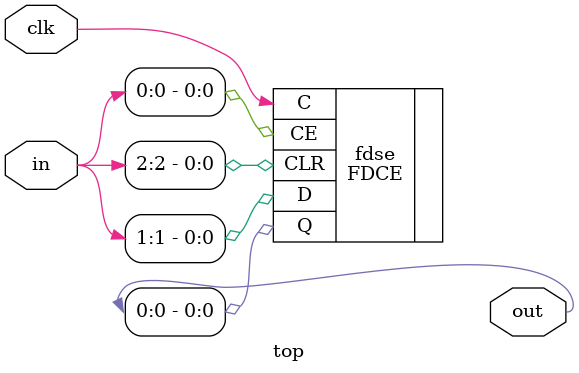
<source format=v>
module top(
    input clk,
	input [7:0] in,
	output [7:0] out
);
  FDCE #(
      .INIT(0),
  ) fdse (
      .Q(out[0]),
      .C(clk),
      .CE(in[0]),
      .D(in[1]),
      .CLR(in[2])
  );
endmodule

</source>
